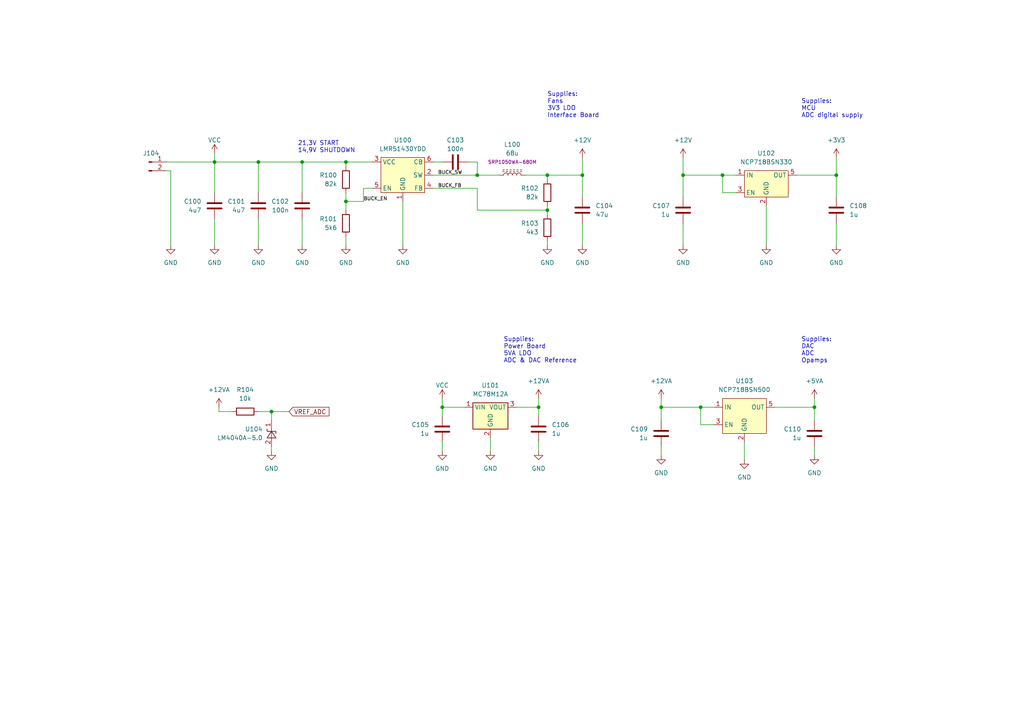
<source format=kicad_sch>
(kicad_sch (version 20211123) (generator eeschema)
  (paper "A4")
  (title_block (title "Power Supplies") (company "Martin Kopka"))
  (lib_symbols
    (symbol "Connector:Conn_01x02_Male" (pin_names (offset 1.016) hide)
      (property "Reference" "J" (at 0 2.54 0))
      (property "Value" "Conn_01x02_Male" (at 0 -5.08 0))
      (symbol "Conn_01x02_Male_1_1"
        (polyline (pts (xy 1.27 -2.54) (xy 0.8636 -2.54)) (stroke (width 0.1524)))
        (polyline (pts (xy 1.27 0) (xy 0.8636 0)) (stroke (width 0.1524)))
        (rectangle (start 0.8636 -2.413) (end 0 -2.667) (stroke (width 0.1524)) (fill (type outline)))
        (rectangle (start 0.8636 0.127) (end 0 -0.127) (stroke (width 0.1524)) (fill (type outline)))
        (pin passive line (at 5.08 0 180) (length 3.81) (name "Pin_1") (number "1"))
        (pin passive line (at 5.08 -2.54 180) (length 3.81) (name "Pin_2") (number "2"))
      )
    )
    (symbol "Device:C" (pin_numbers hide) (pin_names (offset 0.254))
      (property "Reference" "C" (at 0.635 2.54 0))
      (property "Value" "C" (at 0.635 -2.54 0))
      (symbol "C_0_1"
        (polyline (pts (xy -2.032 -0.762) (xy 2.032 -0.762)) (stroke (width 0.508)))
        (polyline (pts (xy -2.032 0.762) (xy 2.032 0.762)) (stroke (width 0.508)))
      )
      (symbol "C_1_1"
        (pin passive line (at 0 3.81 270) (length 2.794) (name "~") (number "1"))
        (pin passive line (at 0 -3.81 90) (length 2.794) (name "~") (number "2"))
      )
    )
    (symbol "Device:L_Ferrite" (pin_numbers hide) (pin_names (offset 1.016) hide)
      (property "Reference" "L" (at -1.27 0 90))
      (property "Value" "L_Ferrite" (at 2.794 0 90))
      (symbol "L_Ferrite_0_1"
        (arc (start 0 -2.54) (mid 0.635 -1.905) (end 0 -1.27))
        (arc (start 0 -1.27) (mid 0.635 -0.635) (end 0 0))
        (polyline (pts (xy 1.016 -2.794) (xy 1.016 -2.286)))
        (polyline (pts (xy 1.016 -1.778) (xy 1.016 -1.27)))
        (polyline (pts (xy 1.016 -0.762) (xy 1.016 -0.254)))
        (polyline (pts (xy 1.016 0.254) (xy 1.016 0.762)))
        (polyline (pts (xy 1.016 1.27) (xy 1.016 1.778)))
        (polyline (pts (xy 1.016 2.286) (xy 1.016 2.794)))
        (polyline (pts (xy 1.524 -2.286) (xy 1.524 -2.794)))
        (polyline (pts (xy 1.524 -1.27) (xy 1.524 -1.778)))
        (polyline (pts (xy 1.524 -0.254) (xy 1.524 -0.762)))
        (polyline (pts (xy 1.524 0.762) (xy 1.524 0.254)))
        (polyline (pts (xy 1.524 1.778) (xy 1.524 1.27)))
        (polyline (pts (xy 1.524 2.794) (xy 1.524 2.286)))
        (arc (start 0 0) (mid 0.635 0.635) (end 0 1.27))
        (arc (start 0 1.27) (mid 0.635 1.905) (end 0 2.54))
      )
      (symbol "L_Ferrite_1_1"
        (pin passive line (at 0 3.81 270) (length 1.27) (name "1") (number "1"))
        (pin passive line (at 0 -3.81 90) (length 1.27) (name "2") (number "2"))
      )
    )
    (symbol "Device:R" (pin_numbers hide) (pin_names (offset 0))
      (property "Reference" "R" (at 2.032 0 90))
      (property "Value" "R" (at 0 0 90))
      (symbol "R_0_1"
        (rectangle (start -1.016 -2.54) (end 1.016 2.54) (stroke (width 0.254)))
      )
      (symbol "R_1_1"
        (pin passive line (at 0 3.81 270) (length 1.27) (name "~") (number "1"))
        (pin passive line (at 0 -3.81 90) (length 1.27) (name "~") (number "2"))
      )
    )
    (symbol "power:+12V" (power) (pin_names (offset 0))
      (property "Value" "+12V" (at 0 3.556 0))
      (symbol "+12V_0_1"
        (polyline (pts (xy -0.762 1.27) (xy 0 2.54)))
        (polyline (pts (xy 0 0) (xy 0 2.54)))
        (polyline (pts (xy 0 2.54) (xy 0.762 1.27)))
      )
      (symbol "+12V_1_1"
        (pin power_in line (at 0 0 90) (length 0) hide (name "+12V") (number "1"))
      )
    )
    (symbol "power:+12VA" (power) (pin_names (offset 0))
      (property "Value" "+12VA" (at 0 3.556 0))
      (symbol "+12VA_0_1"
        (polyline (pts (xy -0.762 1.27) (xy 0 2.54)))
        (polyline (pts (xy 0 0) (xy 0 2.54)))
        (polyline (pts (xy 0 2.54) (xy 0.762 1.27)))
      )
      (symbol "+12VA_1_1"
        (pin power_in line (at 0 0 90) (length 0) hide (name "+12VA") (number "1"))
      )
    )
    (symbol "power:+3V3" (power) (pin_names (offset 0))
      (property "Value" "+3V3" (at 0 3.556 0))
      (symbol "+3V3_0_1"
        (polyline (pts (xy -0.762 1.27) (xy 0 2.54)))
        (polyline (pts (xy 0 0) (xy 0 2.54)))
        (polyline (pts (xy 0 2.54) (xy 0.762 1.27)))
      )
      (symbol "+3V3_1_1"
        (pin power_in line (at 0 0 90) (length 0) hide (name "+3V3") (number "1"))
      )
    )
    (symbol "power:+5VA" (power) (pin_names (offset 0))
      (property "Value" "+5VA" (at 0 3.556 0))
      (symbol "+5VA_0_1"
        (polyline (pts (xy -0.762 1.27) (xy 0 2.54)))
        (polyline (pts (xy 0 0) (xy 0 2.54)))
        (polyline (pts (xy 0 2.54) (xy 0.762 1.27)))
      )
      (symbol "+5VA_1_1"
        (pin power_in line (at 0 0 90) (length 0) hide (name "+5VA") (number "1"))
      )
    )
    (symbol "power:GND" (power) (pin_names (offset 0))
      (property "Value" "GND" (at 0 -3.81 0))
      (symbol "GND_0_1"
        (polyline (pts (xy 0 0) (xy 0 -1.27) (xy 1.27 -1.27) (xy 0 -2.54) (xy -1.27 -1.27) (xy 0 -1.27)))
      )
      (symbol "GND_1_1"
        (pin power_in line (at 0 0 270) (length 0) hide (name "GND") (number "1"))
      )
    )
    (symbol "power:VCC" (power) (pin_names (offset 0))
      (property "Value" "VCC" (at 0 3.81 0))
      (symbol "VCC_0_1"
        (polyline (pts (xy -0.762 1.27) (xy 0 2.54)))
        (polyline (pts (xy 0 0) (xy 0 2.54)))
        (polyline (pts (xy 0 2.54) (xy 0.762 1.27)))
      )
      (symbol "VCC_1_1"
        (pin power_in line (at 0 0 90) (length 0) hide (name "VCC") (number "1"))
      )
    )
    (symbol "w-power:NCP718"
      (property "Reference" "U" (at 0 5.08 0))
      (property "Value" "NCP718" (at 0 3.175 0))
      (symbol "NCP718_0_1"
        (rectangle (start -6.35 1.27) (end 6.35 -6.35) (fill (type background)))
      )
      (symbol "NCP718_1_1"
        (pin power_in line (at -8.89 0 0) (length 2.54) (name "IN") (number "1"))
        (pin power_in line (at 0 -8.89 90) (length 2.54) (name "GND") (number "2"))
        (pin input line (at -8.89 -5.08 0) (length 2.54) (name "EN") (number "3"))
        (pin no_connect line (at 6.35 -5.08 0) (length 2.54) hide (name "NC") (number "4"))
        (pin power_out line (at 8.89 0 180) (length 2.54) (name "OUT") (number "5"))
      )
    )
    (symbol "w-regulator:LM4040" (pin_names hide)
      (property "Reference" "U" (at 0 5.08 0))
      (property "Value" "LM4040" (at 0 2.54 0))
      (symbol "LM4040_0_0"
        (text "" (at -3.81 2.54 0) (effects (font (size 1.27 1.27))))
        (text "" (at -2.54 3.81 0) (effects (font (size 1.27 1.27))))
      )
      (symbol "LM4040_0_1"
        (polyline (pts (xy -1.27 0) (xy 0 0) (xy 1.27 0)))
        (polyline (pts (xy -1.27 -1.27) (xy 0.635 0) (xy -1.27 1.27) (xy -1.27 -1.27)) (stroke (width 0.2032)))
        (polyline (pts (xy 0 -1.27) (xy 0.635 -1.27) (xy 0.635 1.27) (xy 1.27 1.27)) (stroke (width 0.2032)))
      )
      (symbol "LM4040_1_1"
        (pin passive line (at 3.81 0 180) (length 2.54) (name "K") (number "1"))
        (pin passive line (at -3.81 0 0) (length 2.54) (name "A") (number "2"))
        (pin no_connect line (at 0 -2.54 90) (length 2.54) hide (name "NC") (number "3"))
      )
    )
    (symbol "w-regulator:LMR51430"
      (property "Reference" "U" (at 0 10.16 0))
      (property "Value" "LMR51430" (at 0 7.62 0))
      (symbol "LMR51430_0_1"
        (rectangle (start -6.35 5.08) (end 6.35 -5.08) (fill (type background)))
      )
      (symbol "LMR51430_1_1"
        (pin power_in line (at 0 -7.62 90) (length 2.54) (name "GND") (number "1"))
        (pin power_out line (at 8.89 0 180) (length 2.54) (name "SW") (number "2"))
        (pin power_in line (at -8.89 3.81 0) (length 2.54) (name "VCC") (number "3"))
        (pin input line (at 8.89 -3.81 180) (length 2.54) (name "FB") (number "4"))
        (pin input line (at -8.89 -3.81 0) (length 2.54) (name "EN") (number "5"))
        (pin passive line (at 8.89 3.81 180) (length 2.54) (name "CB") (number "6"))
      )
    )
    (symbol "w-regulator:MC78M12A"
      (property "Reference" "U" (at 3.81 10.16 0))
      (property "Value" "MC78M12A" (at 0 7.62 0))
      (symbol "MC78M12A_0_1"
        (rectangle (start -5.08 3.81) (end 5.08 -3.81) (stroke (width 0.254)) (fill (type background)))
      )
      (symbol "MC78M12A_1_1"
        (pin power_in line (at -7.62 2.54 0) (length 2.54) (name "VIN") (number "1"))
        (pin power_in line (at 0 -6.35 90) (length 2.54) (name "GND") (number "2"))
        (pin power_out line (at 7.62 2.54 180) (length 2.54) (name "VOUT") (number "3"))
      )
    )
    (symbol "w-regulator:TLV743P"
      (property "Reference" "U" (at 6.35 7.62 0))
      (property "Value" "TLV743P" (at 6.35 5.08 0))
      (symbol "TLV743P_0_1"
        (rectangle (start -6.35 2.54) (end 6.35 -7.62) (fill (type background)))
      )
      (symbol "TLV743P_1_1"
        (pin power_in line (at -8.89 0 0) (length 2.54) (name "IN") (number "1"))
        (pin power_in line (at 0 -10.16 90) (length 2.54) (name "GND") (number "2"))
        (pin input line (at -8.89 -5.08 0) (length 2.54) (name "EN") (number "3"))
        (pin no_connect line (at 8.89 -5.08 180) (length 2.54) hide (name "NC") (number "4"))
        (pin power_out line (at 8.89 0 180) (length 2.54) (name "OUT") (number "5"))
      )
    )
  )
  (junction (at 62.23 46.99))
  (junction (at 158.75 50.8))
  (junction (at 158.75 60.96))
  (junction (at 100.33 58.42))
  (junction (at 203.2 118.11))
  (junction (at 236.22 118.11))
  (junction (at 138.43 50.8))
  (junction (at 100.33 46.99))
  (junction (at 242.57 50.8))
  (junction (at 74.93 46.99))
  (junction (at 87.63 46.99))
  (junction (at 198.12 50.8))
  (junction (at 78.74 119.38))
  (junction (at 168.91 50.8))
  (junction (at 128.27 118.11))
  (junction (at 156.21 118.11))
  (junction (at 209.55 50.8))
  (junction (at 191.77 118.11))
  (wire (pts (xy 78.74 129.54) (xy 78.74 130.81)))
  (wire (pts (xy 62.23 55.88) (xy 62.23 46.99)))
  (wire (pts (xy 128.27 128.27) (xy 128.27 130.81)))
  (wire (pts (xy 48.26 49.53) (xy 49.53 49.53)))
  (wire (pts (xy 168.91 57.15) (xy 168.91 50.8)))
  (wire (pts (xy 128.27 115.57) (xy 128.27 118.11)))
  (wire (pts (xy 100.33 46.99) (xy 100.33 48.26)))
  (wire (pts (xy 215.9 128.27) (xy 215.9 133.35)))
  (wire (pts (xy 222.25 59.69) (xy 222.25 71.12)))
  (wire (pts (xy 191.77 121.92) (xy 191.77 118.11)))
  (wire (pts (xy 191.77 115.57) (xy 191.77 118.11)))
  (wire (pts (xy 198.12 64.77) (xy 198.12 71.12)))
  (wire (pts (xy 62.23 63.5) (xy 62.23 71.12)))
  (wire (pts (xy 100.33 55.88) (xy 100.33 58.42)))
  (wire (pts (xy 74.93 46.99) (xy 87.63 46.99)))
  (wire (pts (xy 138.43 54.61) (xy 138.43 60.96)))
  (wire (pts (xy 125.73 50.8) (xy 138.43 50.8)))
  (wire (pts (xy 49.53 71.12) (xy 49.53 49.53)))
  (wire (pts (xy 63.5 118.11) (xy 63.5 119.38)))
  (wire (pts (xy 224.79 118.11) (xy 236.22 118.11)))
  (wire (pts (xy 158.75 60.96) (xy 158.75 62.23)))
  (wire (pts (xy 87.63 55.88) (xy 87.63 46.99)))
  (wire (pts (xy 236.22 129.54) (xy 236.22 132.08)))
  (wire (pts (xy 242.57 50.8) (xy 242.57 57.15)))
  (wire (pts (xy 107.95 54.61) (xy 105.41 54.61)))
  (wire (pts (xy 48.26 46.99) (xy 62.23 46.99)))
  (wire (pts (xy 100.33 68.58) (xy 100.33 71.12)))
  (wire (pts (xy 125.73 54.61) (xy 138.43 54.61)))
  (wire (pts (xy 203.2 118.11) (xy 207.01 118.11)))
  (wire (pts (xy 135.89 46.99) (xy 138.43 46.99)))
  (wire (pts (xy 213.36 50.8) (xy 209.55 50.8)))
  (wire (pts (xy 78.74 119.38) (xy 83.82 119.38)))
  (wire (pts (xy 242.57 45.72) (xy 242.57 50.8)))
  (wire (pts (xy 236.22 115.57) (xy 236.22 118.11)))
  (wire (pts (xy 62.23 44.45) (xy 62.23 46.99)))
  (wire (pts (xy 138.43 50.8) (xy 144.78 50.8)))
  (wire (pts (xy 156.21 115.57) (xy 156.21 118.11)))
  (wire (pts (xy 74.93 119.38) (xy 78.74 119.38)))
  (wire (pts (xy 78.74 119.38) (xy 78.74 121.92)))
  (wire (pts (xy 87.63 63.5) (xy 87.63 71.12)))
  (wire (pts (xy 138.43 46.99) (xy 138.43 50.8)))
  (wire (pts (xy 156.21 128.27) (xy 156.21 130.81)))
  (wire (pts (xy 74.93 63.5) (xy 74.93 71.12)))
  (wire (pts (xy 158.75 69.85) (xy 158.75 71.12)))
  (wire (pts (xy 100.33 58.42) (xy 105.41 58.42)))
  (wire (pts (xy 62.23 46.99) (xy 74.93 46.99)))
  (wire (pts (xy 156.21 118.11) (xy 156.21 120.65)))
  (wire (pts (xy 125.73 46.99) (xy 128.27 46.99)))
  (wire (pts (xy 128.27 120.65) (xy 128.27 118.11)))
  (wire (pts (xy 158.75 50.8) (xy 158.75 52.07)))
  (wire (pts (xy 168.91 45.72) (xy 168.91 50.8)))
  (wire (pts (xy 203.2 118.11) (xy 203.2 123.19)))
  (wire (pts (xy 191.77 129.54) (xy 191.77 132.08)))
  (wire (pts (xy 116.84 58.42) (xy 116.84 71.12)))
  (wire (pts (xy 191.77 118.11) (xy 203.2 118.11)))
  (wire (pts (xy 87.63 46.99) (xy 100.33 46.99)))
  (wire (pts (xy 168.91 64.77) (xy 168.91 71.12)))
  (wire (pts (xy 128.27 118.11) (xy 134.62 118.11)))
  (wire (pts (xy 152.4 50.8) (xy 158.75 50.8)))
  (wire (pts (xy 213.36 55.88) (xy 209.55 55.88)))
  (wire (pts (xy 100.33 58.42) (xy 100.33 60.96)))
  (wire (pts (xy 105.41 54.61) (xy 105.41 58.42)))
  (wire (pts (xy 63.5 119.38) (xy 67.31 119.38)))
  (wire (pts (xy 138.43 60.96) (xy 158.75 60.96)))
  (wire (pts (xy 198.12 45.72) (xy 198.12 50.8)))
  (wire (pts (xy 207.01 123.19) (xy 203.2 123.19)))
  (wire (pts (xy 74.93 55.88) (xy 74.93 46.99)))
  (wire (pts (xy 242.57 64.77) (xy 242.57 71.12)))
  (wire (pts (xy 149.86 118.11) (xy 156.21 118.11)))
  (wire (pts (xy 231.14 50.8) (xy 242.57 50.8)))
  (wire (pts (xy 209.55 50.8) (xy 198.12 50.8)))
  (wire (pts (xy 100.33 46.99) (xy 107.95 46.99)))
  (wire (pts (xy 168.91 50.8) (xy 158.75 50.8)))
  (wire (pts (xy 198.12 50.8) (xy 198.12 57.15)))
  (wire (pts (xy 142.24 127) (xy 142.24 130.81)))
  (wire (pts (xy 158.75 59.69) (xy 158.75 60.96)))
  (wire (pts (xy 236.22 118.11) (xy 236.22 121.92)))
  (wire (pts (xy 209.55 55.88) (xy 209.55 50.8)))
  (text "Supplies:\nPower Board\n5VA LDO\nADC & DAC Reference" (at 146.05 105.41 0) (effects (font (size 1.27 1.27)) (justify left bottom)))
  (text "Supplies:\nDAC\nADC\nOpamps" (at 232.41 105.41 0) (effects (font (size 1.27 1.27)) (justify left bottom)))
  (text "21,3V START\n14,9V SHUTDOWN" (at 86.36 44.45 0) (effects (font (size 1.27 1.27)) (justify left bottom)))
  (text "Supplies:\nMCU\nADC digital supply" (at 232.41 34.29 0) (effects (font (size 1.27 1.27)) (justify left bottom)))
  (text "Supplies:\nFans\n3V3 LDO\nInterface Board" (at 158.75 34.29 0) (effects (font (size 1.27 1.27)) (justify left bottom)))
  (label "BUCK_FB" (at 127 54.61 0) (effects (font (size 1 1))))
  (label "BUCK_SW" (at 127 50.8 0) (effects (font (size 1 1))))
  (label "BUCK_EN" (at 105.41 58.42 0) (effects (font (size 1 1))))
  (global_label "VREF_ADC" (shape input) (at 83.82 119.38 0) (property "Intersheet References" "${INTERSHEET_REFS}" (effects hide)))
  (symbol (lib_id "Device:L_Ferrite") (at 148.59 50.8 90) (unit 1)
    (property "Reference" "L100" (at 148.59 41.91 90))
    (property "Value" "68u" (at 148.59 44.45 90))
    (property "Footprint" "Inductor_SMD:L_10.4x10.4_H4.8" (effects hide))
    (property "Params" "SRP1050WA-680M" (at 148.59 46.99 90) (effects (font (size 1 1))))
  )
  (symbol (lib_id "power:+12V") (at 198.12 45.72 0) (unit 1)
    (property "Reference" "#PWR0125" (effects hide))
    (property "Value" "+12V" (at 198.12 40.64 0))
  )
  (symbol (lib_id "Device:C") (at 242.57 60.96 180) (unit 1)
    (property "Reference" "C108" (at 246.38 59.69 0) (effects (justify right)))
    (property "Value" "1u" (at 246.38 62.23 0) (effects (justify right)))
    (property "Footprint" "Capacitor_SMD:C_0603_1608Metric" (effects hide))
  )
  (symbol (lib_id "Device:C") (at 156.21 124.46 180) (unit 1)
    (property "Reference" "C106" (at 160.02 123.19 0) (effects (justify right)))
    (property "Value" "1u" (at 160.02 125.73 0) (effects (justify right)))
    (property "Footprint" "Capacitor_SMD:C_0603_1608Metric" (effects hide))
  )
  (symbol (lib_id "power:GND") (at 87.63 71.12 0) (unit 1)
    (property "Reference" "#PWR0120" (effects hide))
    (property "Value" "GND" (at 87.63 76.2 0))
  )
  (symbol (lib_id "power:VCC") (at 62.23 44.45 0) (unit 1)
    (property "Reference" "#PWR0117" (effects hide))
    (property "Value" "VCC" (at 62.23 40.64 0))
  )
  (symbol (lib_id "power:GND") (at 78.74 130.81 0) (unit 1)
    (property "Reference" "#PWR0115" (effects hide))
    (property "Value" "GND" (at 78.74 135.89 0))
  )
  (symbol (lib_id "Device:R") (at 100.33 52.07 0) (unit 1)
    (property "Reference" "R100" (at 97.79 50.8 0) (effects (justify right)))
    (property "Value" "82k" (at 97.79 53.34 0) (effects (justify right)))
    (property "Footprint" "Resistor_SMD:R_0603_1608Metric" (effects hide))
  )
  (symbol (lib_id "power:GND") (at 191.77 132.08 0) (unit 1)
    (property "Reference" "#PWR0133" (effects hide))
    (property "Value" "GND" (at 191.77 137.16 0))
  )
  (symbol (lib_id "Device:C") (at 191.77 125.73 180) (unit 1)
    (property "Reference" "C109" (at 187.96 124.46 0) (effects (justify left)))
    (property "Value" "1u" (at 187.96 127 0) (effects (justify left)))
    (property "Footprint" "Capacitor_SMD:C_0603_1608Metric" (effects hide))
  )
  (symbol (lib_id "Device:R") (at 158.75 66.04 0) (unit 1)
    (property "Reference" "R103" (at 156.21 64.77 0) (effects (justify right)))
    (property "Value" "4k3" (at 156.21 67.31 0) (effects (justify right)))
    (property "Footprint" "Resistor_SMD:R_0603_1608Metric" (effects hide))
  )
  (symbol (lib_id "power:GND") (at 158.75 71.12 0) (unit 1)
    (property "Reference" "#PWR0116" (effects hide))
    (property "Value" "GND" (at 158.75 76.2 0))
  )
  (symbol (lib_id "power:GND") (at 74.93 71.12 0) (unit 1)
    (property "Reference" "#PWR0121" (effects hide))
    (property "Value" "GND" (at 74.93 76.2 0))
  )
  (symbol (lib_id "power:GND") (at 100.33 71.12 0) (unit 1)
    (property "Reference" "#PWR0208" (effects hide))
    (property "Value" "GND" (at 100.33 76.2 0))
  )
  (symbol (lib_id "power:+3V3") (at 242.57 45.72 0) (unit 1)
    (property "Reference" "#PWR0127" (effects hide))
    (property "Value" "+3V3" (at 242.57 40.64 0))
  )
  (symbol (lib_id "power:GND") (at 168.91 71.12 0) (unit 1)
    (property "Reference" "#PWR0119" (effects hide))
    (property "Value" "GND" (at 168.91 76.2 0))
  )
  (symbol (lib_id "Device:C") (at 87.63 59.69 0) (unit 1)
    (property "Reference" "C102" (at 83.82 58.42 0) (effects (justify right)))
    (property "Value" "100n" (at 83.82 60.96 0) (effects (justify right)))
    (property "Footprint" "Capacitor_SMD:C_0603_1608Metric" (effects hide))
  )
  (symbol (lib_id "Device:R") (at 158.75 55.88 0) (unit 1)
    (property "Reference" "R102" (at 156.21 54.61 0) (effects (justify right)))
    (property "Value" "82k" (at 156.21 57.15 0) (effects (justify right)))
    (property "Footprint" "Resistor_SMD:R_0603_1608Metric" (effects hide))
  )
  (symbol (lib_id "w-regulator:TLV743P") (at 215.9 118.11 0) (unit 1)
    (property "Reference" "U103" (at 215.9 110.49 0))
    (property "Value" "NCP718BSN500" (at 215.9 113.03 0))
    (property "Footprint" "w-ic:SOT-23-5L" (effects hide))
    (property "Datasheet" "https://www.onsemi.com/download/data-sheet/pdf/ncp718-d.pdf" (effects hide))
  )
  (symbol (lib_id "Connector:Conn_01x02_Male") (at 43.18 46.99 0) (unit 1)
    (property "Reference" "J104" (at 43.815 44.45 0))
    (property "Value" "Conn_01x02_Male" (effects hide))
    (property "Footprint" "w-connector:KLS PSH02-02W" (effects hide))
  )
  (symbol (lib_id "w-regulator:LM4040") (at 78.74 125.73 90) (unit 1)
    (property "Reference" "U104" (at 76.2 124.46 90) (effects (justify left)))
    (property "Value" "LM4040A-5.0" (at 76.2 127 90) (effects (justify left)))
    (property "Footprint" "w-ic:SOT-23" (effects hide))
    (property "Datasheet" "https://www.ti.com/lit/ds/symlink/lm4040-n.pdf?HQS=dis-mous-null-mousermode-dsf-pf-null-wwe&ts=1678467919577&ref_url=https%253A%252F%252Fcz.mouser.com%252F" (effects hide))
  )
  (symbol (lib_id "power:+12V") (at 168.91 45.72 0) (unit 1)
    (property "Reference" "#PWR0123" (effects hide))
    (property "Value" "+12V" (at 168.91 40.64 0))
  )
  (symbol (lib_id "power:GND") (at 128.27 130.81 0) (unit 1)
    (property "Reference" "#PWR0168" (effects hide))
    (property "Value" "GND" (at 128.27 135.89 0))
  )
  (symbol (lib_id "Device:C") (at 62.23 59.69 0) (unit 1)
    (property "Reference" "C100" (at 58.42 58.42 0) (effects (justify right)))
    (property "Value" "4u7" (at 58.42 60.96 0) (effects (justify right)))
    (property "Footprint" "Capacitor_SMD:C_1206_3216Metric" (effects hide))
  )
  (symbol (lib_id "power:GND") (at 215.9 133.35 0) (unit 1)
    (property "Reference" "#PWR0134" (effects hide))
    (property "Value" "GND" (at 215.9 138.43 0))
  )
  (symbol (lib_id "Device:C") (at 168.91 60.96 0) (unit 1)
    (property "Reference" "C104" (at 172.72 59.69 0) (effects (justify left)))
    (property "Value" "47u" (at 172.72 62.23 0) (effects (justify left)))
    (property "Footprint" "Capacitor_SMD:C_1206_3216Metric" (effects hide))
  )
  (symbol (lib_id "w-power:NCP718") (at 222.25 50.8 0) (unit 1)
    (property "Reference" "U102" (at 222.25 44.45 0))
    (property "Value" "NCP718BSN330" (at 222.25 46.99 0))
    (property "Footprint" "w-ic:SOT-23-5L" (effects hide))
    (property "Datasheet" "https://cz.mouser.com/datasheet/2/308/1/NCP718_D-2317435.pdf" (effects hide))
  )
  (symbol (lib_id "Device:C") (at 74.93 59.69 0) (unit 1)
    (property "Reference" "C101" (at 71.12 58.42 0) (effects (justify right)))
    (property "Value" "4u7" (at 71.12 60.96 0) (effects (justify right)))
    (property "Footprint" "Capacitor_SMD:C_1206_3216Metric" (effects hide))
  )
  (symbol (lib_id "power:GND") (at 222.25 71.12 0) (unit 1)
    (property "Reference" "#PWR0126" (effects hide))
    (property "Value" "GND" (at 222.25 76.2 0))
  )
  (symbol (lib_id "power:GND") (at 116.84 71.12 0) (unit 1)
    (property "Reference" "#PWR0118" (effects hide))
    (property "Value" "GND" (at 116.84 76.2 0))
  )
  (symbol (lib_id "power:VCC") (at 128.27 115.57 0) (unit 1)
    (property "Reference" "#PWR0169" (effects hide))
    (property "Value" "VCC" (at 128.27 111.76 0))
  )
  (symbol (lib_id "power:GND") (at 62.23 71.12 0) (unit 1)
    (property "Reference" "#PWR0122" (effects hide))
    (property "Value" "GND" (at 62.23 76.2 0))
  )
  (symbol (lib_id "w-regulator:LMR51430") (at 116.84 50.8 0) (unit 1)
    (property "Reference" "U100" (at 116.84 40.64 0))
    (property "Value" "LMR51430YDD" (at 116.84 43.18 0))
    (property "Footprint" "w-ic:SOP-6" (effects hide))
    (property "Datasheet" "https://www.ti.com/lit/ds/symlink/lmr51430.pdf?ts=1705562857913&ref_url=https%253A%252F%252Fwww.ti.com%252Fproduct%252FLMR51430%253FHQS%253Dds-SNVS124-LMR51430-feat-pf-en" (effects hide))
  )
  (symbol (lib_id "power:GND") (at 156.21 130.81 0) (unit 1)
    (property "Reference" "#PWR0165" (effects hide))
    (property "Value" "GND" (at 156.21 135.89 0))
  )
  (symbol (lib_id "power:GND") (at 242.57 71.12 0) (unit 1)
    (property "Reference" "#PWR0129" (effects hide))
    (property "Value" "GND" (at 242.57 76.2 0))
  )
  (symbol (lib_id "power:GND") (at 198.12 71.12 0) (unit 1)
    (property "Reference" "#PWR0128" (effects hide))
    (property "Value" "GND" (at 198.12 76.2 0))
  )
  (symbol (lib_id "power:+12VA") (at 63.5 118.11 0) (unit 1)
    (property "Reference" "#PWR0175" (effects hide))
    (property "Value" "+12VA" (at 63.5 113.03 0))
  )
  (symbol (lib_id "power:+12VA") (at 191.77 115.57 0) (unit 1)
    (property "Reference" "#PWR0135" (effects hide))
    (property "Value" "+12VA" (at 191.77 110.49 0))
  )
  (symbol (lib_id "Device:C") (at 128.27 124.46 180) (unit 1)
    (property "Reference" "C105" (at 124.46 123.19 0) (effects (justify left)))
    (property "Value" "1u" (at 124.46 125.73 0) (effects (justify left)))
    (property "Footprint" "Capacitor_SMD:C_1206_3216Metric" (effects hide))
  )
  (symbol (lib_id "Device:C") (at 198.12 60.96 180) (unit 1)
    (property "Reference" "C107" (at 194.31 59.69 0) (effects (justify left)))
    (property "Value" "1u" (at 194.31 62.23 0) (effects (justify left)))
    (property "Footprint" "Capacitor_SMD:C_0603_1608Metric" (effects hide))
  )
  (symbol (lib_id "Device:R") (at 71.12 119.38 90) (unit 1)
    (property "Reference" "R104" (at 71.12 113.03 90))
    (property "Value" "10k" (at 71.12 115.57 90))
    (property "Footprint" "Resistor_SMD:R_0603_1608Metric" (effects hide))
  )
  (symbol (lib_id "power:GND") (at 142.24 130.81 0) (unit 1)
    (property "Reference" "#PWR0167" (effects hide))
    (property "Value" "GND" (at 142.24 135.89 0))
  )
  (symbol (lib_id "w-regulator:MC78M12A") (at 142.24 120.65 0) (unit 1)
    (property "Reference" "U101" (at 142.24 111.76 0))
    (property "Value" "MC78M12A" (at 142.24 114.3 0))
    (property "Footprint" "Package_TO_SOT_SMD:TO-252-2" (effects hide))
    (property "Datasheet" "https://cz.mouser.com/datasheet/2/308/1/MC78M00_D-2316032.pdf" (effects hide))
  )
  (symbol (lib_id "Device:R") (at 100.33 64.77 0) (unit 1)
    (property "Reference" "R101" (at 97.79 63.5 0) (effects (justify right)))
    (property "Value" "5k6" (at 97.79 66.04 0) (effects (justify right)))
    (property "Footprint" "Resistor_SMD:R_0603_1608Metric" (effects hide))
  )
  (symbol (lib_id "power:+5VA") (at 236.22 115.57 0) (unit 1)
    (property "Reference" "#PWR0137" (effects hide))
    (property "Value" "+5VA" (at 236.22 110.49 0))
  )
  (symbol (lib_id "Device:C") (at 236.22 125.73 180) (unit 1)
    (property "Reference" "C110" (at 232.41 124.46 0) (effects (justify left)))
    (property "Value" "1u" (at 232.41 127 0) (effects (justify left)))
    (property "Footprint" "Capacitor_SMD:C_0603_1608Metric" (effects hide))
  )
  (symbol (lib_id "Device:C") (at 132.08 46.99 90) (unit 1)
    (property "Reference" "C103" (at 132.08 40.64 90))
    (property "Value" "100n" (at 132.08 43.18 90))
    (property "Footprint" "Capacitor_SMD:C_0603_1608Metric" (effects hide))
  )
  (symbol (lib_id "power:+12VA") (at 156.21 115.57 0) (unit 1)
    (property "Reference" "#PWR0164" (effects hide))
    (property "Value" "+12VA" (at 156.21 110.49 0))
  )
  (symbol (lib_id "power:GND") (at 236.22 132.08 0) (unit 1)
    (property "Reference" "#PWR0136" (effects hide))
    (property "Value" "GND" (at 236.22 137.16 0))
  )
  (symbol (lib_id "power:GND") (at 49.53 71.12 0) (unit 1)
    (property "Reference" "#PWR0124" (effects hide))
    (property "Value" "GND" (at 49.53 76.2 0))
  )
)
</source>
